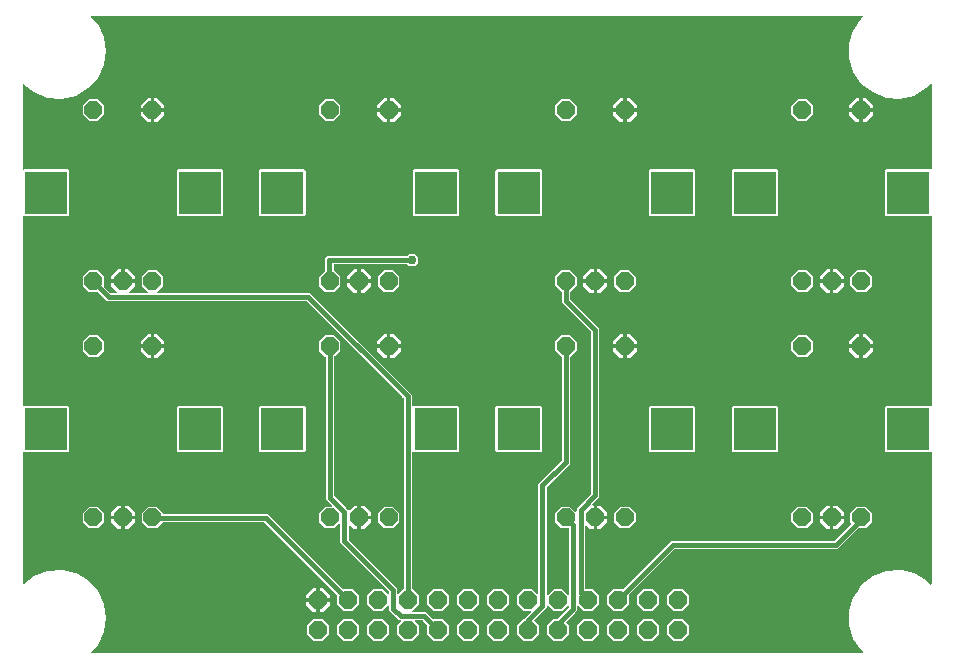
<source format=gbr>
G04 EAGLE Gerber RS-274X export*
G75*
%MOMM*%
%FSLAX34Y34*%
%LPD*%
%INTop Copper*%
%IPPOS*%
%AMOC8*
5,1,8,0,0,1.08239X$1,22.5*%
G01*
%ADD10P,1.632244X8X22.500000*%
%ADD11R,3.616000X3.616000*%
%ADD12P,1.632244X8X202.500000*%
%ADD13C,0.381000*%
%ADD14C,0.152400*%
%ADD15C,0.756400*%

G36*
X720913Y10179D02*
X720913Y10179D01*
X721026Y10195D01*
X721034Y10199D01*
X721044Y10200D01*
X721144Y10254D01*
X721246Y10305D01*
X721253Y10311D01*
X721261Y10316D01*
X721339Y10398D01*
X721420Y10479D01*
X721424Y10487D01*
X721430Y10494D01*
X721478Y10598D01*
X721529Y10699D01*
X721530Y10709D01*
X721534Y10717D01*
X721546Y10830D01*
X721562Y10943D01*
X721560Y10952D01*
X721561Y10961D01*
X721537Y11073D01*
X721515Y11185D01*
X721511Y11193D01*
X721509Y11202D01*
X721450Y11299D01*
X721394Y11399D01*
X721386Y11407D01*
X721383Y11413D01*
X721365Y11428D01*
X721275Y11517D01*
X720215Y12363D01*
X713392Y22370D01*
X709822Y33944D01*
X709822Y46056D01*
X713392Y57630D01*
X713434Y57691D01*
X713434Y57692D01*
X714472Y59214D01*
X715510Y60736D01*
X715510Y60737D01*
X717067Y63020D01*
X718105Y64543D01*
X719143Y66065D01*
X720215Y67637D01*
X729684Y75188D01*
X740958Y79613D01*
X753036Y80519D01*
X754370Y80214D01*
X757705Y79453D01*
X761040Y78692D01*
X764375Y77930D01*
X764376Y77930D01*
X764845Y77823D01*
X775334Y71767D01*
X778520Y68333D01*
X778588Y68281D01*
X778650Y68222D01*
X778684Y68206D01*
X778714Y68183D01*
X778795Y68154D01*
X778873Y68118D01*
X778911Y68114D01*
X778946Y68101D01*
X779032Y68100D01*
X779117Y68091D01*
X779154Y68099D01*
X779192Y68099D01*
X779274Y68125D01*
X779358Y68143D01*
X779390Y68163D01*
X779426Y68174D01*
X779495Y68226D01*
X779569Y68269D01*
X779594Y68298D01*
X779624Y68321D01*
X779673Y68391D01*
X779729Y68456D01*
X779743Y68492D01*
X779765Y68523D01*
X779789Y68605D01*
X779821Y68685D01*
X779826Y68733D01*
X779834Y68759D01*
X779832Y68789D01*
X779839Y68851D01*
X779839Y179685D01*
X779828Y179756D01*
X779826Y179828D01*
X779808Y179877D01*
X779800Y179928D01*
X779766Y179991D01*
X779741Y180059D01*
X779709Y180099D01*
X779684Y180145D01*
X779632Y180195D01*
X779587Y180251D01*
X779544Y180279D01*
X779506Y180315D01*
X779441Y180345D01*
X779381Y180384D01*
X779330Y180396D01*
X779283Y180418D01*
X779212Y180426D01*
X779142Y180444D01*
X779090Y180440D01*
X779039Y180445D01*
X778968Y180430D01*
X778897Y180425D01*
X778849Y180404D01*
X778808Y180395D01*
X741288Y180395D01*
X740395Y181288D01*
X740395Y218712D01*
X741288Y219605D01*
X778823Y219605D01*
X778873Y219582D01*
X778925Y219576D01*
X778974Y219561D01*
X779046Y219563D01*
X779117Y219555D01*
X779168Y219566D01*
X779220Y219567D01*
X779288Y219592D01*
X779358Y219607D01*
X779402Y219634D01*
X779451Y219651D01*
X779507Y219696D01*
X779569Y219733D01*
X779603Y219772D01*
X779643Y219805D01*
X779682Y219865D01*
X779729Y219920D01*
X779748Y219968D01*
X779776Y220012D01*
X779794Y220081D01*
X779821Y220148D01*
X779829Y220219D01*
X779837Y220250D01*
X779835Y220274D01*
X779839Y220315D01*
X779839Y379685D01*
X779828Y379756D01*
X779826Y379828D01*
X779808Y379877D01*
X779800Y379928D01*
X779766Y379991D01*
X779741Y380059D01*
X779709Y380099D01*
X779684Y380145D01*
X779632Y380195D01*
X779587Y380251D01*
X779544Y380279D01*
X779506Y380315D01*
X779441Y380345D01*
X779381Y380384D01*
X779330Y380396D01*
X779283Y380418D01*
X779212Y380426D01*
X779142Y380444D01*
X779090Y380440D01*
X779039Y380445D01*
X778968Y380430D01*
X778897Y380425D01*
X778849Y380404D01*
X778808Y380395D01*
X741288Y380395D01*
X740395Y381288D01*
X740395Y418712D01*
X741288Y419605D01*
X778823Y419605D01*
X778873Y419582D01*
X778925Y419576D01*
X778974Y419561D01*
X779046Y419563D01*
X779117Y419555D01*
X779168Y419566D01*
X779220Y419567D01*
X779288Y419592D01*
X779358Y419607D01*
X779402Y419634D01*
X779451Y419651D01*
X779507Y419696D01*
X779569Y419733D01*
X779603Y419772D01*
X779643Y419805D01*
X779682Y419865D01*
X779729Y419920D01*
X779748Y419968D01*
X779776Y420012D01*
X779794Y420081D01*
X779821Y420148D01*
X779829Y420219D01*
X779837Y420250D01*
X779835Y420274D01*
X779839Y420315D01*
X779839Y491149D01*
X779825Y491233D01*
X779820Y491319D01*
X779806Y491354D01*
X779800Y491391D01*
X779759Y491467D01*
X779727Y491547D01*
X779702Y491575D01*
X779684Y491609D01*
X779622Y491668D01*
X779566Y491733D01*
X779534Y491752D01*
X779506Y491778D01*
X779428Y491814D01*
X779354Y491858D01*
X779317Y491866D01*
X779283Y491882D01*
X779198Y491891D01*
X779114Y491909D01*
X779076Y491905D01*
X779039Y491909D01*
X778955Y491891D01*
X778869Y491881D01*
X778835Y491865D01*
X778798Y491857D01*
X778725Y491813D01*
X778647Y491776D01*
X778610Y491744D01*
X778587Y491731D01*
X778567Y491707D01*
X778520Y491667D01*
X775334Y488232D01*
X764845Y482177D01*
X753036Y479481D01*
X740958Y480387D01*
X729684Y484812D01*
X720215Y492363D01*
X713392Y502370D01*
X709822Y513944D01*
X709822Y526056D01*
X713392Y537630D01*
X713672Y538040D01*
X714710Y539563D01*
X716267Y541846D01*
X716267Y541847D01*
X717305Y543369D01*
X718343Y544891D01*
X718343Y544892D01*
X718862Y545653D01*
X719900Y547175D01*
X720215Y547637D01*
X721275Y548483D01*
X721352Y548567D01*
X721430Y548650D01*
X721434Y548658D01*
X721440Y548665D01*
X721486Y548769D01*
X721534Y548873D01*
X721535Y548882D01*
X721539Y548891D01*
X721548Y549004D01*
X721561Y549117D01*
X721559Y549127D01*
X721560Y549136D01*
X721533Y549247D01*
X721509Y549358D01*
X721504Y549366D01*
X721502Y549375D01*
X721441Y549471D01*
X721383Y549569D01*
X721376Y549575D01*
X721371Y549583D01*
X721282Y549655D01*
X721196Y549729D01*
X721187Y549732D01*
X721180Y549738D01*
X721074Y549778D01*
X720967Y549821D01*
X720956Y549822D01*
X720950Y549825D01*
X720926Y549825D01*
X720801Y549839D01*
X68868Y549839D01*
X68811Y549830D01*
X68753Y549831D01*
X68690Y549810D01*
X68625Y549800D01*
X68574Y549773D01*
X68519Y549755D01*
X68466Y549715D01*
X68408Y549684D01*
X68368Y549643D01*
X68322Y549608D01*
X68284Y549554D01*
X68238Y549506D01*
X68214Y549454D01*
X68181Y549407D01*
X68162Y549343D01*
X68135Y549283D01*
X68128Y549226D01*
X68112Y549171D01*
X68115Y549104D01*
X68107Y549039D01*
X68120Y548982D01*
X68122Y548925D01*
X68146Y548863D01*
X68160Y548798D01*
X68189Y548749D01*
X68210Y548695D01*
X68270Y548614D01*
X68286Y548587D01*
X68296Y548578D01*
X68310Y548560D01*
X73572Y542889D01*
X78827Y531977D01*
X80632Y520000D01*
X78827Y508023D01*
X73572Y497111D01*
X65334Y488233D01*
X54845Y482177D01*
X43036Y479481D01*
X30958Y480387D01*
X19684Y484812D01*
X11397Y491420D01*
X11371Y491435D01*
X11350Y491455D01*
X11264Y491495D01*
X11182Y491541D01*
X11153Y491546D01*
X11127Y491558D01*
X11033Y491569D01*
X10940Y491586D01*
X10911Y491582D01*
X10883Y491586D01*
X10790Y491565D01*
X10697Y491552D01*
X10671Y491539D01*
X10642Y491533D01*
X10561Y491485D01*
X10477Y491443D01*
X10456Y491422D01*
X10431Y491407D01*
X10370Y491335D01*
X10303Y491268D01*
X10290Y491242D01*
X10271Y491220D01*
X10236Y491132D01*
X10194Y491048D01*
X10190Y491019D01*
X10179Y490992D01*
X10161Y490825D01*
X10161Y420315D01*
X10172Y420244D01*
X10174Y420172D01*
X10192Y420123D01*
X10200Y420072D01*
X10234Y420009D01*
X10259Y419941D01*
X10291Y419901D01*
X10316Y419855D01*
X10368Y419805D01*
X10413Y419749D01*
X10456Y419721D01*
X10494Y419685D01*
X10559Y419655D01*
X10619Y419616D01*
X10670Y419604D01*
X10717Y419582D01*
X10788Y419574D01*
X10858Y419556D01*
X10910Y419560D01*
X10961Y419555D01*
X11032Y419570D01*
X11103Y419575D01*
X11151Y419596D01*
X11192Y419605D01*
X48712Y419605D01*
X49605Y418712D01*
X49605Y381288D01*
X48712Y380395D01*
X11177Y380395D01*
X11127Y380418D01*
X11075Y380424D01*
X11026Y380439D01*
X10954Y380437D01*
X10883Y380445D01*
X10832Y380434D01*
X10780Y380433D01*
X10712Y380408D01*
X10642Y380393D01*
X10598Y380366D01*
X10549Y380349D01*
X10493Y380304D01*
X10431Y380267D01*
X10397Y380228D01*
X10357Y380195D01*
X10318Y380135D01*
X10271Y380080D01*
X10252Y380032D01*
X10224Y379988D01*
X10206Y379919D01*
X10179Y379852D01*
X10171Y379781D01*
X10163Y379750D01*
X10165Y379726D01*
X10161Y379685D01*
X10161Y220315D01*
X10172Y220244D01*
X10174Y220172D01*
X10192Y220123D01*
X10200Y220072D01*
X10234Y220009D01*
X10259Y219941D01*
X10291Y219901D01*
X10316Y219855D01*
X10368Y219805D01*
X10413Y219749D01*
X10456Y219721D01*
X10494Y219685D01*
X10559Y219655D01*
X10619Y219616D01*
X10670Y219604D01*
X10717Y219582D01*
X10788Y219574D01*
X10858Y219556D01*
X10910Y219560D01*
X10961Y219555D01*
X11032Y219570D01*
X11103Y219575D01*
X11151Y219596D01*
X11192Y219605D01*
X48712Y219605D01*
X49605Y218712D01*
X49605Y181288D01*
X48712Y180395D01*
X11177Y180395D01*
X11127Y180418D01*
X11075Y180424D01*
X11026Y180439D01*
X10954Y180437D01*
X10883Y180445D01*
X10832Y180434D01*
X10780Y180433D01*
X10712Y180408D01*
X10642Y180393D01*
X10598Y180366D01*
X10549Y180349D01*
X10493Y180304D01*
X10431Y180267D01*
X10397Y180228D01*
X10357Y180195D01*
X10318Y180135D01*
X10271Y180080D01*
X10252Y180032D01*
X10224Y179988D01*
X10206Y179919D01*
X10179Y179852D01*
X10171Y179781D01*
X10163Y179750D01*
X10165Y179726D01*
X10161Y179685D01*
X10161Y69175D01*
X10165Y69146D01*
X10163Y69117D01*
X10185Y69025D01*
X10200Y68932D01*
X10214Y68906D01*
X10221Y68878D01*
X10271Y68798D01*
X10316Y68715D01*
X10337Y68695D01*
X10352Y68670D01*
X10425Y68610D01*
X10494Y68545D01*
X10520Y68533D01*
X10543Y68515D01*
X10631Y68481D01*
X10717Y68442D01*
X10746Y68438D01*
X10773Y68428D01*
X10868Y68425D01*
X10961Y68414D01*
X10990Y68421D01*
X11019Y68420D01*
X11109Y68447D01*
X11202Y68467D01*
X11227Y68482D01*
X11255Y68490D01*
X11397Y68580D01*
X19684Y75188D01*
X30958Y79613D01*
X43036Y80519D01*
X44370Y80214D01*
X47705Y79453D01*
X51040Y78692D01*
X54375Y77930D01*
X54376Y77930D01*
X54845Y77823D01*
X65334Y71767D01*
X73572Y62889D01*
X78827Y51977D01*
X80632Y40000D01*
X78827Y28023D01*
X73572Y17111D01*
X68310Y11440D01*
X68278Y11392D01*
X68238Y11350D01*
X68210Y11290D01*
X68174Y11235D01*
X68159Y11179D01*
X68135Y11127D01*
X68127Y11061D01*
X68110Y10997D01*
X68114Y10940D01*
X68107Y10883D01*
X68121Y10818D01*
X68126Y10752D01*
X68147Y10698D01*
X68160Y10642D01*
X68194Y10585D01*
X68219Y10524D01*
X68256Y10480D01*
X68286Y10431D01*
X68336Y10388D01*
X68379Y10338D01*
X68429Y10309D01*
X68473Y10271D01*
X68534Y10246D01*
X68591Y10213D01*
X68647Y10201D01*
X68701Y10179D01*
X68801Y10168D01*
X68832Y10162D01*
X68846Y10163D01*
X68868Y10161D01*
X720801Y10161D01*
X720913Y10179D01*
G37*
%LPC*%
G36*
X332545Y20735D02*
X332545Y20735D01*
X327235Y26045D01*
X327235Y33555D01*
X330226Y36546D01*
X330268Y36604D01*
X330318Y36656D01*
X330339Y36703D01*
X330370Y36745D01*
X330391Y36814D01*
X330421Y36879D01*
X330427Y36931D01*
X330442Y36981D01*
X330440Y37052D01*
X330448Y37123D01*
X330437Y37174D01*
X330436Y37226D01*
X330411Y37294D01*
X330396Y37364D01*
X330369Y37409D01*
X330351Y37457D01*
X330307Y37513D01*
X330270Y37575D01*
X330230Y37609D01*
X330198Y37649D01*
X330137Y37688D01*
X330083Y37735D01*
X330035Y37754D01*
X329991Y37782D01*
X329921Y37800D01*
X329855Y37827D01*
X329783Y37835D01*
X329752Y37843D01*
X329729Y37841D01*
X329688Y37845D01*
X328779Y37845D01*
X320420Y46204D01*
X320420Y50063D01*
X320409Y50134D01*
X320407Y50205D01*
X320389Y50254D01*
X320381Y50306D01*
X320347Y50369D01*
X320322Y50436D01*
X320290Y50477D01*
X320265Y50523D01*
X320213Y50572D01*
X320169Y50628D01*
X320125Y50657D01*
X320087Y50693D01*
X320022Y50723D01*
X319962Y50761D01*
X319911Y50774D01*
X319864Y50796D01*
X319793Y50804D01*
X319723Y50822D01*
X319671Y50817D01*
X319620Y50823D01*
X319549Y50808D01*
X319478Y50802D01*
X319430Y50782D01*
X319379Y50771D01*
X319318Y50734D01*
X319252Y50706D01*
X319196Y50661D01*
X319168Y50645D01*
X319153Y50627D01*
X319121Y50601D01*
X314655Y46135D01*
X307145Y46135D01*
X301835Y51445D01*
X301835Y58955D01*
X307145Y64265D01*
X314655Y64265D01*
X319121Y59799D01*
X319179Y59757D01*
X319231Y59707D01*
X319278Y59686D01*
X319320Y59655D01*
X319389Y59634D01*
X319454Y59604D01*
X319506Y59598D01*
X319556Y59583D01*
X319627Y59585D01*
X319698Y59577D01*
X319749Y59588D01*
X319801Y59589D01*
X319869Y59614D01*
X319939Y59629D01*
X319984Y59656D01*
X320032Y59674D01*
X320088Y59718D01*
X320150Y59755D01*
X320184Y59795D01*
X320224Y59827D01*
X320263Y59888D01*
X320310Y59942D01*
X320329Y59990D01*
X320357Y60034D01*
X320375Y60104D01*
X320402Y60170D01*
X320410Y60242D01*
X320418Y60273D01*
X320416Y60296D01*
X320420Y60337D01*
X320420Y61764D01*
X320406Y61854D01*
X320398Y61945D01*
X320386Y61975D01*
X320381Y62007D01*
X320338Y62087D01*
X320302Y62171D01*
X320276Y62203D01*
X320265Y62224D01*
X320242Y62246D01*
X320197Y62302D01*
X279145Y103354D01*
X279145Y119488D01*
X279134Y119559D01*
X279132Y119630D01*
X279114Y119679D01*
X279106Y119731D01*
X279072Y119794D01*
X279047Y119861D01*
X279015Y119902D01*
X278990Y119948D01*
X278938Y119997D01*
X278894Y120053D01*
X278850Y120082D01*
X278812Y120118D01*
X278747Y120148D01*
X278687Y120186D01*
X278636Y120199D01*
X278589Y120221D01*
X278518Y120229D01*
X278448Y120247D01*
X278396Y120242D01*
X278345Y120248D01*
X278274Y120233D01*
X278203Y120227D01*
X278155Y120207D01*
X278104Y120196D01*
X278043Y120159D01*
X277977Y120131D01*
X277921Y120086D01*
X277893Y120070D01*
X277878Y120052D01*
X277846Y120026D01*
X273755Y115935D01*
X266245Y115935D01*
X260935Y121245D01*
X260935Y128755D01*
X266245Y134065D01*
X271362Y134065D01*
X271433Y134076D01*
X271505Y134078D01*
X271553Y134096D01*
X271605Y134104D01*
X271668Y134138D01*
X271736Y134163D01*
X271776Y134195D01*
X271822Y134220D01*
X271872Y134272D01*
X271928Y134316D01*
X271956Y134360D01*
X271992Y134398D01*
X272022Y134463D01*
X272061Y134523D01*
X272073Y134574D01*
X272095Y134621D01*
X272103Y134692D01*
X272121Y134762D01*
X272117Y134814D01*
X272122Y134865D01*
X272107Y134936D01*
X272101Y135007D01*
X272081Y135055D01*
X272070Y135106D01*
X272033Y135167D01*
X272005Y135233D01*
X271960Y135289D01*
X271944Y135317D01*
X271926Y135332D01*
X271900Y135364D01*
X267080Y140184D01*
X267080Y260174D01*
X267077Y260194D01*
X267079Y260213D01*
X267057Y260315D01*
X267041Y260417D01*
X267031Y260434D01*
X267027Y260454D01*
X266974Y260543D01*
X266925Y260634D01*
X266911Y260648D01*
X266901Y260665D01*
X266822Y260732D01*
X266747Y260804D01*
X266729Y260812D01*
X266714Y260825D01*
X266618Y260864D01*
X266524Y260907D01*
X266504Y260909D01*
X266486Y260917D01*
X266319Y260935D01*
X266245Y260935D01*
X260935Y266245D01*
X260935Y273755D01*
X266245Y279065D01*
X273755Y279065D01*
X279065Y273755D01*
X279065Y266245D01*
X274163Y261343D01*
X274110Y261269D01*
X274050Y261200D01*
X274038Y261170D01*
X274019Y261143D01*
X273992Y261057D01*
X273958Y260972D01*
X273954Y260931D01*
X273947Y260908D01*
X273948Y260876D01*
X273940Y260805D01*
X273940Y143341D01*
X273954Y143251D01*
X273962Y143160D01*
X273974Y143130D01*
X273979Y143098D01*
X274022Y143018D01*
X274058Y142934D01*
X274084Y142902D01*
X274095Y142881D01*
X274118Y142859D01*
X274163Y142803D01*
X283773Y133193D01*
X285816Y131149D01*
X285832Y131137D01*
X285845Y131122D01*
X285932Y131066D01*
X286016Y131006D01*
X286035Y131000D01*
X286052Y130989D01*
X286152Y130964D01*
X286251Y130933D01*
X286271Y130934D01*
X286290Y130929D01*
X286393Y130937D01*
X286497Y130940D01*
X286516Y130946D01*
X286536Y130948D01*
X286630Y130988D01*
X286728Y131024D01*
X286744Y131037D01*
X286762Y131044D01*
X286893Y131149D01*
X290824Y135081D01*
X293477Y135081D01*
X293477Y125762D01*
X293480Y125742D01*
X293478Y125723D01*
X293500Y125621D01*
X293517Y125519D01*
X293526Y125502D01*
X293530Y125482D01*
X293583Y125393D01*
X293632Y125302D01*
X293646Y125288D01*
X293656Y125271D01*
X293735Y125204D01*
X293810Y125133D01*
X293828Y125124D01*
X293843Y125111D01*
X293939Y125073D01*
X294033Y125029D01*
X294053Y125027D01*
X294071Y125019D01*
X294238Y125001D01*
X295001Y125001D01*
X295001Y124999D01*
X294238Y124999D01*
X294218Y124996D01*
X294199Y124998D01*
X294097Y124976D01*
X293995Y124959D01*
X293978Y124950D01*
X293958Y124946D01*
X293869Y124893D01*
X293778Y124844D01*
X293764Y124830D01*
X293747Y124820D01*
X293680Y124741D01*
X293609Y124666D01*
X293600Y124648D01*
X293587Y124633D01*
X293548Y124537D01*
X293505Y124443D01*
X293503Y124423D01*
X293495Y124405D01*
X293477Y124238D01*
X293477Y114919D01*
X290824Y114919D01*
X287304Y118439D01*
X287246Y118481D01*
X287194Y118531D01*
X287147Y118553D01*
X287105Y118583D01*
X287036Y118604D01*
X286971Y118634D01*
X286919Y118640D01*
X286869Y118655D01*
X286798Y118653D01*
X286727Y118661D01*
X286676Y118650D01*
X286624Y118649D01*
X286556Y118624D01*
X286486Y118609D01*
X286441Y118582D01*
X286393Y118565D01*
X286337Y118520D01*
X286275Y118483D01*
X286241Y118443D01*
X286201Y118411D01*
X286162Y118351D01*
X286115Y118296D01*
X286096Y118248D01*
X286068Y118204D01*
X286050Y118134D01*
X286023Y118068D01*
X286015Y117997D01*
X286007Y117965D01*
X286009Y117942D01*
X286005Y117901D01*
X286005Y106511D01*
X286019Y106421D01*
X286027Y106330D01*
X286039Y106300D01*
X286044Y106268D01*
X286087Y106188D01*
X286123Y106104D01*
X286149Y106072D01*
X286160Y106051D01*
X286183Y106029D01*
X286228Y105973D01*
X327280Y64921D01*
X327280Y60837D01*
X327291Y60766D01*
X327293Y60695D01*
X327311Y60646D01*
X327319Y60594D01*
X327353Y60531D01*
X327378Y60464D01*
X327410Y60423D01*
X327435Y60377D01*
X327486Y60328D01*
X327531Y60272D01*
X327575Y60243D01*
X327613Y60207D01*
X327678Y60177D01*
X327738Y60139D01*
X327789Y60126D01*
X327836Y60104D01*
X327907Y60096D01*
X327977Y60078D01*
X328029Y60083D01*
X328080Y60077D01*
X328151Y60092D01*
X328222Y60098D01*
X328270Y60118D01*
X328321Y60129D01*
X328382Y60166D01*
X328448Y60194D01*
X328504Y60239D01*
X328532Y60255D01*
X328547Y60273D01*
X328579Y60299D01*
X332389Y64109D01*
X332442Y64183D01*
X332502Y64252D01*
X332514Y64282D01*
X332533Y64308D01*
X332560Y64395D01*
X332594Y64480D01*
X332598Y64521D01*
X332605Y64544D01*
X332604Y64576D01*
X332612Y64647D01*
X332612Y225721D01*
X332598Y225811D01*
X332590Y225902D01*
X332578Y225932D01*
X332573Y225964D01*
X332530Y226044D01*
X332494Y226128D01*
X332468Y226160D01*
X332457Y226181D01*
X332434Y226203D01*
X332389Y226259D01*
X250770Y307878D01*
X250696Y307931D01*
X250627Y307991D01*
X250597Y308003D01*
X250571Y308022D01*
X250484Y308049D01*
X250399Y308083D01*
X250358Y308087D01*
X250335Y308094D01*
X250303Y308093D01*
X250232Y308101D01*
X81764Y308101D01*
X74153Y315712D01*
X74079Y315765D01*
X74010Y315825D01*
X73980Y315837D01*
X73954Y315856D01*
X73867Y315883D01*
X73782Y315917D01*
X73741Y315921D01*
X73718Y315928D01*
X73686Y315927D01*
X73615Y315935D01*
X66245Y315935D01*
X60935Y321245D01*
X60935Y328755D01*
X66245Y334065D01*
X73755Y334065D01*
X79065Y328755D01*
X79065Y321151D01*
X79046Y321076D01*
X79015Y320977D01*
X79016Y320957D01*
X79011Y320938D01*
X79019Y320835D01*
X79022Y320731D01*
X79029Y320712D01*
X79030Y320692D01*
X79070Y320598D01*
X79106Y320500D01*
X79119Y320485D01*
X79126Y320466D01*
X79231Y320335D01*
X84383Y315184D01*
X84457Y315131D01*
X84526Y315071D01*
X84556Y315059D01*
X84582Y315040D01*
X84669Y315013D01*
X84754Y314979D01*
X84795Y314975D01*
X84818Y314968D01*
X84850Y314969D01*
X84921Y314961D01*
X88945Y314961D01*
X89016Y314972D01*
X89088Y314974D01*
X89137Y314992D01*
X89188Y315000D01*
X89251Y315034D01*
X89319Y315059D01*
X89359Y315091D01*
X89405Y315116D01*
X89455Y315168D01*
X89511Y315212D01*
X89539Y315256D01*
X89575Y315294D01*
X89605Y315359D01*
X89644Y315419D01*
X89656Y315470D01*
X89678Y315517D01*
X89686Y315588D01*
X89704Y315658D01*
X89700Y315710D01*
X89705Y315761D01*
X89690Y315832D01*
X89685Y315903D01*
X89664Y315951D01*
X89653Y316002D01*
X89616Y316063D01*
X89588Y316129D01*
X89544Y316185D01*
X89527Y316213D01*
X89509Y316228D01*
X89483Y316260D01*
X84919Y320824D01*
X84919Y323477D01*
X94238Y323477D01*
X94258Y323480D01*
X94277Y323478D01*
X94379Y323500D01*
X94481Y323517D01*
X94498Y323526D01*
X94518Y323530D01*
X94607Y323583D01*
X94698Y323632D01*
X94712Y323646D01*
X94729Y323656D01*
X94796Y323735D01*
X94867Y323810D01*
X94876Y323828D01*
X94889Y323843D01*
X94927Y323939D01*
X94971Y324033D01*
X94973Y324053D01*
X94981Y324071D01*
X94999Y324238D01*
X94999Y325001D01*
X95001Y325001D01*
X95001Y324238D01*
X95004Y324218D01*
X95002Y324199D01*
X95024Y324097D01*
X95041Y323995D01*
X95050Y323978D01*
X95054Y323958D01*
X95107Y323869D01*
X95156Y323778D01*
X95170Y323764D01*
X95180Y323747D01*
X95259Y323680D01*
X95334Y323609D01*
X95352Y323600D01*
X95367Y323587D01*
X95463Y323548D01*
X95557Y323505D01*
X95577Y323503D01*
X95595Y323495D01*
X95762Y323477D01*
X105081Y323477D01*
X105081Y320824D01*
X100517Y316260D01*
X100475Y316202D01*
X100425Y316150D01*
X100403Y316103D01*
X100373Y316061D01*
X100352Y315992D01*
X100322Y315927D01*
X100316Y315875D01*
X100301Y315825D01*
X100303Y315754D01*
X100295Y315683D01*
X100306Y315632D01*
X100307Y315580D01*
X100332Y315512D01*
X100347Y315442D01*
X100374Y315397D01*
X100391Y315349D01*
X100436Y315293D01*
X100473Y315231D01*
X100513Y315197D01*
X100545Y315157D01*
X100605Y315118D01*
X100660Y315071D01*
X100708Y315052D01*
X100752Y315024D01*
X100822Y315006D01*
X100888Y314979D01*
X100959Y314971D01*
X100991Y314963D01*
X101014Y314965D01*
X101055Y314961D01*
X115382Y314961D01*
X115453Y314972D01*
X115524Y314974D01*
X115573Y314992D01*
X115625Y315000D01*
X115688Y315034D01*
X115755Y315059D01*
X115796Y315091D01*
X115842Y315116D01*
X115891Y315168D01*
X115947Y315212D01*
X115976Y315256D01*
X116012Y315294D01*
X116042Y315359D01*
X116080Y315419D01*
X116093Y315470D01*
X116115Y315517D01*
X116123Y315588D01*
X116141Y315658D01*
X116136Y315710D01*
X116142Y315761D01*
X116127Y315832D01*
X116121Y315903D01*
X116101Y315951D01*
X116090Y316002D01*
X116053Y316063D01*
X116025Y316129D01*
X115980Y316185D01*
X115964Y316213D01*
X115946Y316228D01*
X115920Y316260D01*
X110935Y321245D01*
X110935Y328755D01*
X116245Y334065D01*
X123755Y334065D01*
X129065Y328755D01*
X129065Y321245D01*
X124080Y316260D01*
X124038Y316202D01*
X123988Y316150D01*
X123967Y316103D01*
X123936Y316061D01*
X123915Y315992D01*
X123885Y315927D01*
X123879Y315875D01*
X123864Y315825D01*
X123866Y315754D01*
X123858Y315683D01*
X123869Y315632D01*
X123870Y315580D01*
X123895Y315512D01*
X123910Y315442D01*
X123937Y315397D01*
X123955Y315349D01*
X123999Y315293D01*
X124036Y315231D01*
X124076Y315197D01*
X124108Y315157D01*
X124169Y315118D01*
X124223Y315071D01*
X124271Y315052D01*
X124315Y315024D01*
X124385Y315006D01*
X124451Y314979D01*
X124523Y314971D01*
X124554Y314963D01*
X124577Y314965D01*
X124618Y314961D01*
X253389Y314961D01*
X339472Y228878D01*
X339472Y219626D01*
X339483Y219555D01*
X339485Y219483D01*
X339503Y219434D01*
X339511Y219383D01*
X339545Y219320D01*
X339570Y219252D01*
X339602Y219212D01*
X339627Y219166D01*
X339679Y219116D01*
X339723Y219060D01*
X339767Y219032D01*
X339805Y218996D01*
X339870Y218966D01*
X339930Y218927D01*
X339981Y218915D01*
X340028Y218893D01*
X340099Y218885D01*
X340169Y218867D01*
X340221Y218871D01*
X340272Y218866D01*
X340343Y218881D01*
X340414Y218886D01*
X340462Y218907D01*
X340513Y218918D01*
X340574Y218955D01*
X340640Y218983D01*
X340696Y219028D01*
X340724Y219044D01*
X340739Y219062D01*
X340771Y219088D01*
X341288Y219605D01*
X378712Y219605D01*
X379605Y218712D01*
X379605Y181288D01*
X378712Y180395D01*
X341288Y180395D01*
X340771Y180912D01*
X340713Y180954D01*
X340661Y181004D01*
X340614Y181026D01*
X340572Y181056D01*
X340503Y181077D01*
X340438Y181107D01*
X340386Y181113D01*
X340336Y181128D01*
X340265Y181126D01*
X340194Y181134D01*
X340143Y181123D01*
X340091Y181122D01*
X340023Y181097D01*
X339953Y181082D01*
X339908Y181055D01*
X339860Y181038D01*
X339804Y180993D01*
X339742Y180956D01*
X339708Y180916D01*
X339668Y180884D01*
X339629Y180824D01*
X339582Y180769D01*
X339563Y180721D01*
X339535Y180677D01*
X339517Y180607D01*
X339490Y180541D01*
X339482Y180470D01*
X339474Y180438D01*
X339476Y180415D01*
X339472Y180374D01*
X339472Y65026D01*
X339475Y65006D01*
X339473Y64987D01*
X339495Y64885D01*
X339511Y64783D01*
X339521Y64766D01*
X339525Y64746D01*
X339578Y64657D01*
X339627Y64566D01*
X339641Y64552D01*
X339651Y64535D01*
X339730Y64468D01*
X339805Y64396D01*
X339823Y64388D01*
X339838Y64375D01*
X339934Y64336D01*
X340025Y64294D01*
X345365Y58955D01*
X345365Y51445D01*
X339924Y46004D01*
X339882Y45946D01*
X339832Y45894D01*
X339811Y45847D01*
X339780Y45805D01*
X339759Y45736D01*
X339729Y45671D01*
X339723Y45619D01*
X339708Y45569D01*
X339710Y45498D01*
X339702Y45427D01*
X339713Y45376D01*
X339714Y45324D01*
X339739Y45256D01*
X339754Y45186D01*
X339781Y45141D01*
X339799Y45093D01*
X339843Y45037D01*
X339880Y44975D01*
X339920Y44941D01*
X339952Y44901D01*
X340013Y44862D01*
X340067Y44815D01*
X340115Y44796D01*
X340159Y44768D01*
X340229Y44750D01*
X340295Y44723D01*
X340367Y44715D01*
X340398Y44707D01*
X340421Y44709D01*
X340462Y44705D01*
X351646Y44705D01*
X357263Y39088D01*
X357337Y39035D01*
X357406Y38975D01*
X357436Y38963D01*
X357462Y38944D01*
X357549Y38917D01*
X357634Y38883D01*
X357675Y38879D01*
X357698Y38872D01*
X357730Y38873D01*
X357801Y38865D01*
X365455Y38865D01*
X370765Y33555D01*
X370765Y26045D01*
X365455Y20735D01*
X357945Y20735D01*
X352635Y26045D01*
X352635Y33699D01*
X352621Y33789D01*
X352613Y33880D01*
X352601Y33910D01*
X352596Y33942D01*
X352553Y34022D01*
X352517Y34106D01*
X352491Y34138D01*
X352480Y34159D01*
X352457Y34181D01*
X352412Y34237D01*
X349027Y37622D01*
X348953Y37675D01*
X348884Y37735D01*
X348854Y37747D01*
X348828Y37766D01*
X348741Y37793D01*
X348656Y37827D01*
X348615Y37831D01*
X348592Y37838D01*
X348560Y37837D01*
X348489Y37845D01*
X342912Y37845D01*
X342841Y37834D01*
X342770Y37832D01*
X342721Y37814D01*
X342669Y37806D01*
X342606Y37772D01*
X342539Y37747D01*
X342498Y37715D01*
X342452Y37690D01*
X342403Y37638D01*
X342347Y37594D01*
X342318Y37550D01*
X342282Y37512D01*
X342252Y37447D01*
X342214Y37387D01*
X342201Y37336D01*
X342179Y37289D01*
X342171Y37218D01*
X342153Y37148D01*
X342158Y37096D01*
X342152Y37045D01*
X342167Y36974D01*
X342173Y36903D01*
X342193Y36855D01*
X342204Y36804D01*
X342241Y36743D01*
X342269Y36677D01*
X342314Y36621D01*
X342330Y36593D01*
X342348Y36578D01*
X342374Y36546D01*
X345365Y33555D01*
X345365Y26045D01*
X340055Y20735D01*
X332545Y20735D01*
G37*
%LPD*%
%LPC*%
G36*
X434145Y20735D02*
X434145Y20735D01*
X428835Y26045D01*
X428835Y33555D01*
X434182Y38901D01*
X434202Y38904D01*
X434219Y38914D01*
X434239Y38918D01*
X434328Y38971D01*
X434419Y39020D01*
X434433Y39034D01*
X434450Y39044D01*
X434517Y39123D01*
X434589Y39198D01*
X434597Y39216D01*
X434610Y39231D01*
X434645Y39318D01*
X440162Y44836D01*
X440204Y44894D01*
X440254Y44946D01*
X440276Y44993D01*
X440306Y45035D01*
X440327Y45104D01*
X440357Y45169D01*
X440363Y45221D01*
X440378Y45271D01*
X440376Y45342D01*
X440384Y45413D01*
X440373Y45464D01*
X440372Y45516D01*
X440347Y45584D01*
X440332Y45654D01*
X440305Y45699D01*
X440287Y45747D01*
X440243Y45803D01*
X440206Y45865D01*
X440166Y45899D01*
X440134Y45939D01*
X440073Y45978D01*
X440019Y46025D01*
X439971Y46044D01*
X439927Y46072D01*
X439857Y46090D01*
X439791Y46117D01*
X439719Y46125D01*
X439688Y46133D01*
X439665Y46131D01*
X439624Y46135D01*
X434145Y46135D01*
X428835Y51445D01*
X428835Y58955D01*
X434145Y64265D01*
X441655Y64265D01*
X445486Y60434D01*
X445544Y60392D01*
X445596Y60342D01*
X445643Y60321D01*
X445685Y60290D01*
X445754Y60269D01*
X445819Y60239D01*
X445871Y60233D01*
X445921Y60218D01*
X445992Y60220D01*
X446063Y60212D01*
X446114Y60223D01*
X446166Y60224D01*
X446234Y60249D01*
X446304Y60264D01*
X446349Y60291D01*
X446397Y60309D01*
X446453Y60353D01*
X446515Y60390D01*
X446549Y60430D01*
X446589Y60462D01*
X446628Y60523D01*
X446675Y60577D01*
X446694Y60625D01*
X446722Y60669D01*
X446740Y60739D01*
X446767Y60805D01*
X446775Y60877D01*
X446783Y60908D01*
X446781Y60931D01*
X446785Y60972D01*
X446785Y153567D01*
X466347Y173129D01*
X466400Y173203D01*
X466460Y173272D01*
X466472Y173302D01*
X466491Y173328D01*
X466518Y173415D01*
X466552Y173500D01*
X466556Y173541D01*
X466563Y173564D01*
X466562Y173596D01*
X466570Y173667D01*
X466570Y260295D01*
X466556Y260385D01*
X466548Y260476D01*
X466536Y260506D01*
X466531Y260538D01*
X466488Y260618D01*
X466452Y260702D01*
X466426Y260734D01*
X466415Y260755D01*
X466392Y260777D01*
X466347Y260833D01*
X460935Y266245D01*
X460935Y273755D01*
X466245Y279065D01*
X473755Y279065D01*
X479065Y273755D01*
X479065Y266245D01*
X473653Y260833D01*
X473600Y260759D01*
X473540Y260690D01*
X473528Y260660D01*
X473509Y260633D01*
X473482Y260547D01*
X473448Y260462D01*
X473444Y260421D01*
X473437Y260398D01*
X473438Y260366D01*
X473430Y260295D01*
X473430Y170510D01*
X453868Y150948D01*
X453815Y150874D01*
X453755Y150805D01*
X453743Y150775D01*
X453724Y150749D01*
X453697Y150662D01*
X453663Y150577D01*
X453659Y150536D01*
X453652Y150513D01*
X453653Y150481D01*
X453645Y150410D01*
X453645Y60202D01*
X453656Y60131D01*
X453658Y60060D01*
X453676Y60011D01*
X453684Y59959D01*
X453718Y59896D01*
X453743Y59829D01*
X453775Y59788D01*
X453800Y59742D01*
X453852Y59693D01*
X453896Y59637D01*
X453940Y59608D01*
X453978Y59572D01*
X454043Y59542D01*
X454103Y59504D01*
X454154Y59491D01*
X454201Y59469D01*
X454272Y59461D01*
X454342Y59443D01*
X454394Y59448D01*
X454445Y59442D01*
X454516Y59457D01*
X454587Y59463D01*
X454635Y59483D01*
X454686Y59494D01*
X454747Y59531D01*
X454813Y59559D01*
X454869Y59604D01*
X454897Y59620D01*
X454912Y59638D01*
X454944Y59664D01*
X459545Y64265D01*
X467055Y64265D01*
X471648Y59672D01*
X471706Y59630D01*
X471758Y59580D01*
X471805Y59559D01*
X471847Y59528D01*
X471916Y59507D01*
X471981Y59477D01*
X472033Y59471D01*
X472083Y59456D01*
X472154Y59458D01*
X472225Y59450D01*
X472276Y59461D01*
X472328Y59462D01*
X472396Y59487D01*
X472466Y59502D01*
X472511Y59529D01*
X472559Y59547D01*
X472615Y59591D01*
X472677Y59628D01*
X472711Y59668D01*
X472751Y59700D01*
X472790Y59761D01*
X472837Y59815D01*
X472856Y59863D01*
X472884Y59907D01*
X472902Y59977D01*
X472929Y60043D01*
X472937Y60115D01*
X472945Y60146D01*
X472943Y60169D01*
X472947Y60210D01*
X472947Y115174D01*
X472944Y115194D01*
X472946Y115213D01*
X472924Y115315D01*
X472908Y115417D01*
X472898Y115434D01*
X472894Y115454D01*
X472841Y115543D01*
X472792Y115634D01*
X472778Y115648D01*
X472768Y115665D01*
X472689Y115732D01*
X472614Y115804D01*
X472596Y115812D01*
X472581Y115825D01*
X472485Y115864D01*
X472391Y115907D01*
X472371Y115909D01*
X472353Y115917D01*
X472186Y115935D01*
X466245Y115935D01*
X460935Y121245D01*
X460935Y128755D01*
X466245Y134065D01*
X473755Y134065D01*
X477871Y129949D01*
X477929Y129907D01*
X477981Y129857D01*
X478028Y129836D01*
X478070Y129805D01*
X478139Y129784D01*
X478204Y129754D01*
X478256Y129748D01*
X478306Y129733D01*
X478377Y129735D01*
X478448Y129727D01*
X478499Y129738D01*
X478551Y129739D01*
X478619Y129764D01*
X478689Y129779D01*
X478734Y129806D01*
X478782Y129824D01*
X478838Y129868D01*
X478900Y129905D01*
X478934Y129945D01*
X478974Y129977D01*
X479013Y130038D01*
X479060Y130092D01*
X479079Y130140D01*
X479107Y130184D01*
X479125Y130254D01*
X479152Y130320D01*
X479160Y130392D01*
X479168Y130423D01*
X479166Y130446D01*
X479170Y130487D01*
X479170Y132971D01*
X491110Y144911D01*
X491163Y144985D01*
X491223Y145054D01*
X491235Y145084D01*
X491254Y145111D01*
X491281Y145198D01*
X491315Y145282D01*
X491319Y145323D01*
X491326Y145346D01*
X491325Y145378D01*
X491333Y145449D01*
X491333Y281931D01*
X491330Y281949D01*
X491332Y281966D01*
X491317Y282034D01*
X491311Y282112D01*
X491299Y282142D01*
X491293Y282174D01*
X491283Y282194D01*
X491280Y282207D01*
X491249Y282258D01*
X491215Y282338D01*
X491189Y282370D01*
X491178Y282391D01*
X491158Y282410D01*
X491154Y282418D01*
X491146Y282424D01*
X491110Y282469D01*
X466570Y307009D01*
X466570Y315295D01*
X466556Y315385D01*
X466548Y315476D01*
X466536Y315506D01*
X466531Y315538D01*
X466488Y315618D01*
X466452Y315702D01*
X466426Y315734D01*
X466415Y315755D01*
X466392Y315777D01*
X466347Y315833D01*
X460935Y321245D01*
X460935Y328755D01*
X466245Y334065D01*
X473755Y334065D01*
X479065Y328755D01*
X479065Y321245D01*
X473653Y315833D01*
X473600Y315759D01*
X473540Y315690D01*
X473528Y315660D01*
X473509Y315633D01*
X473482Y315547D01*
X473448Y315462D01*
X473444Y315421D01*
X473437Y315398D01*
X473438Y315366D01*
X473430Y315295D01*
X473430Y310166D01*
X473444Y310076D01*
X473452Y309985D01*
X473464Y309955D01*
X473469Y309923D01*
X473512Y309843D01*
X473548Y309759D01*
X473574Y309727D01*
X473585Y309706D01*
X473608Y309684D01*
X473653Y309628D01*
X498193Y285088D01*
X498193Y142292D01*
X495961Y140060D01*
X492280Y136380D01*
X492239Y136322D01*
X492189Y136270D01*
X492167Y136223D01*
X492137Y136181D01*
X492116Y136112D01*
X492086Y136047D01*
X492080Y135995D01*
X492065Y135945D01*
X492066Y135874D01*
X492059Y135803D01*
X492070Y135752D01*
X492071Y135700D01*
X492096Y135632D01*
X492111Y135562D01*
X492137Y135517D01*
X492155Y135469D01*
X492200Y135413D01*
X492237Y135351D01*
X492277Y135317D01*
X492309Y135277D01*
X492369Y135238D01*
X492424Y135191D01*
X492472Y135172D01*
X492516Y135144D01*
X492585Y135126D01*
X492652Y135099D01*
X492723Y135091D01*
X492755Y135083D01*
X492778Y135085D01*
X492819Y135081D01*
X493477Y135081D01*
X493477Y125762D01*
X493480Y125742D01*
X493478Y125723D01*
X493500Y125621D01*
X493517Y125519D01*
X493526Y125502D01*
X493530Y125482D01*
X493583Y125393D01*
X493632Y125302D01*
X493646Y125288D01*
X493656Y125271D01*
X493735Y125204D01*
X493810Y125133D01*
X493828Y125124D01*
X493843Y125111D01*
X493939Y125073D01*
X494033Y125029D01*
X494053Y125027D01*
X494071Y125019D01*
X494238Y125001D01*
X495001Y125001D01*
X495001Y124999D01*
X494238Y124999D01*
X494218Y124996D01*
X494199Y124998D01*
X494097Y124976D01*
X493995Y124959D01*
X493978Y124950D01*
X493958Y124946D01*
X493869Y124893D01*
X493778Y124844D01*
X493764Y124830D01*
X493747Y124820D01*
X493680Y124741D01*
X493609Y124666D01*
X493600Y124648D01*
X493587Y124633D01*
X493548Y124537D01*
X493505Y124443D01*
X493503Y124423D01*
X493495Y124405D01*
X493477Y124238D01*
X493477Y114919D01*
X490824Y114919D01*
X487329Y118414D01*
X487271Y118456D01*
X487219Y118506D01*
X487172Y118528D01*
X487130Y118558D01*
X487061Y118579D01*
X486996Y118609D01*
X486944Y118615D01*
X486894Y118630D01*
X486823Y118628D01*
X486752Y118636D01*
X486701Y118625D01*
X486649Y118624D01*
X486581Y118599D01*
X486511Y118584D01*
X486466Y118557D01*
X486418Y118540D01*
X486362Y118495D01*
X486300Y118458D01*
X486266Y118418D01*
X486226Y118386D01*
X486187Y118326D01*
X486140Y118271D01*
X486121Y118223D01*
X486093Y118179D01*
X486075Y118109D01*
X486048Y118043D01*
X486040Y117972D01*
X486032Y117940D01*
X486034Y117917D01*
X486030Y117876D01*
X486030Y65026D01*
X486033Y65006D01*
X486031Y64987D01*
X486053Y64885D01*
X486069Y64783D01*
X486079Y64766D01*
X486083Y64746D01*
X486136Y64657D01*
X486185Y64566D01*
X486199Y64552D01*
X486209Y64535D01*
X486288Y64468D01*
X486363Y64396D01*
X486381Y64388D01*
X486396Y64375D01*
X486492Y64336D01*
X486586Y64293D01*
X486606Y64291D01*
X486624Y64283D01*
X486791Y64265D01*
X492455Y64265D01*
X497765Y58955D01*
X497765Y51445D01*
X492455Y46135D01*
X484945Y46135D01*
X481106Y49974D01*
X481048Y50016D01*
X480996Y50066D01*
X480949Y50087D01*
X480907Y50118D01*
X480838Y50139D01*
X480773Y50169D01*
X480721Y50175D01*
X480671Y50190D01*
X480600Y50188D01*
X480529Y50196D01*
X480478Y50185D01*
X480426Y50184D01*
X480358Y50159D01*
X480288Y50144D01*
X480243Y50117D01*
X480195Y50099D01*
X480139Y50055D01*
X480077Y50018D01*
X480043Y49978D01*
X480003Y49946D01*
X479964Y49885D01*
X479917Y49831D01*
X479898Y49783D01*
X479870Y49739D01*
X479852Y49669D01*
X479825Y49603D01*
X479817Y49531D01*
X479809Y49500D01*
X479811Y49477D01*
X479807Y49436D01*
X479807Y46458D01*
X477575Y44226D01*
X470172Y36824D01*
X470161Y36808D01*
X470145Y36795D01*
X470089Y36708D01*
X470029Y36624D01*
X470023Y36605D01*
X470012Y36588D01*
X469987Y36488D01*
X469956Y36389D01*
X469957Y36369D01*
X469952Y36350D01*
X469960Y36247D01*
X469963Y36143D01*
X469970Y36124D01*
X469971Y36105D01*
X470011Y36010D01*
X470047Y35912D01*
X470060Y35896D01*
X470067Y35878D01*
X470172Y35747D01*
X472365Y33555D01*
X472365Y26045D01*
X467055Y20735D01*
X459545Y20735D01*
X454235Y26045D01*
X454235Y33555D01*
X459545Y38865D01*
X462197Y38865D01*
X462287Y38879D01*
X462378Y38887D01*
X462408Y38899D01*
X462440Y38904D01*
X462520Y38947D01*
X462604Y38983D01*
X462636Y39009D01*
X462657Y39020D01*
X462679Y39043D01*
X462735Y39088D01*
X462860Y39213D01*
X472724Y49077D01*
X472777Y49151D01*
X472837Y49220D01*
X472849Y49250D01*
X472868Y49276D01*
X472895Y49363D01*
X472929Y49448D01*
X472933Y49489D01*
X472940Y49511D01*
X472939Y49544D01*
X472947Y49615D01*
X472947Y50190D01*
X472936Y50261D01*
X472934Y50332D01*
X472916Y50381D01*
X472908Y50433D01*
X472874Y50496D01*
X472849Y50563D01*
X472817Y50604D01*
X472792Y50650D01*
X472740Y50699D01*
X472696Y50755D01*
X472652Y50784D01*
X472614Y50820D01*
X472549Y50850D01*
X472489Y50888D01*
X472438Y50901D01*
X472391Y50923D01*
X472320Y50931D01*
X472250Y50949D01*
X472198Y50944D01*
X472147Y50950D01*
X472076Y50935D01*
X472005Y50929D01*
X471957Y50909D01*
X471906Y50898D01*
X471845Y50861D01*
X471779Y50833D01*
X471723Y50788D01*
X471695Y50772D01*
X471680Y50754D01*
X471648Y50728D01*
X467055Y46135D01*
X459545Y46135D01*
X454944Y50736D01*
X454886Y50778D01*
X454834Y50828D01*
X454787Y50849D01*
X454745Y50880D01*
X454676Y50901D01*
X454611Y50931D01*
X454559Y50937D01*
X454509Y50952D01*
X454438Y50950D01*
X454367Y50958D01*
X454316Y50947D01*
X454264Y50946D01*
X454196Y50921D01*
X454126Y50906D01*
X454081Y50879D01*
X454033Y50861D01*
X453977Y50817D01*
X453915Y50780D01*
X453881Y50740D01*
X453841Y50708D01*
X453802Y50647D01*
X453755Y50593D01*
X453736Y50545D01*
X453708Y50501D01*
X453690Y50431D01*
X453663Y50365D01*
X453655Y50293D01*
X453647Y50262D01*
X453649Y50239D01*
X453645Y50198D01*
X453645Y48617D01*
X451413Y46385D01*
X443312Y38284D01*
X443300Y38268D01*
X443285Y38256D01*
X443228Y38168D01*
X443168Y38085D01*
X443162Y38066D01*
X443152Y38049D01*
X443126Y37948D01*
X443096Y37850D01*
X443096Y37830D01*
X443091Y37810D01*
X443099Y37707D01*
X443102Y37604D01*
X443109Y37585D01*
X443111Y37565D01*
X443151Y37470D01*
X443187Y37373D01*
X443199Y37357D01*
X443207Y37339D01*
X443312Y37208D01*
X446965Y33555D01*
X446965Y26045D01*
X441655Y20735D01*
X434145Y20735D01*
G37*
%LPD*%
%LPC*%
G36*
X510345Y46135D02*
X510345Y46135D01*
X505035Y51445D01*
X505035Y58955D01*
X510345Y64265D01*
X517999Y64265D01*
X518089Y64279D01*
X518180Y64287D01*
X518210Y64299D01*
X518242Y64304D01*
X518322Y64347D01*
X518406Y64383D01*
X518438Y64409D01*
X518459Y64420D01*
X518481Y64443D01*
X518537Y64488D01*
X559079Y105030D01*
X696764Y105030D01*
X696854Y105044D01*
X696945Y105052D01*
X696975Y105064D01*
X697007Y105069D01*
X697087Y105112D01*
X697171Y105148D01*
X697203Y105174D01*
X697224Y105185D01*
X697246Y105208D01*
X697302Y105253D01*
X711577Y119527D01*
X711588Y119543D01*
X711604Y119556D01*
X711660Y119643D01*
X711720Y119727D01*
X711726Y119746D01*
X711737Y119763D01*
X711762Y119863D01*
X711793Y119962D01*
X711792Y119982D01*
X711797Y120001D01*
X711789Y120104D01*
X711786Y120208D01*
X711779Y120227D01*
X711778Y120246D01*
X711738Y120341D01*
X711702Y120439D01*
X711689Y120455D01*
X711682Y120473D01*
X711577Y120604D01*
X710935Y121245D01*
X710935Y128755D01*
X716245Y134065D01*
X723755Y134065D01*
X729065Y128755D01*
X729065Y121245D01*
X723755Y115935D01*
X718001Y115935D01*
X717911Y115921D01*
X717820Y115913D01*
X717790Y115901D01*
X717758Y115896D01*
X717678Y115853D01*
X717594Y115817D01*
X717562Y115791D01*
X717541Y115780D01*
X717519Y115757D01*
X717463Y115712D01*
X699921Y98170D01*
X562236Y98170D01*
X562146Y98156D01*
X562055Y98148D01*
X562025Y98136D01*
X561993Y98131D01*
X561913Y98088D01*
X561829Y98052D01*
X561797Y98026D01*
X561776Y98015D01*
X561754Y97992D01*
X561698Y97947D01*
X523388Y59637D01*
X523335Y59563D01*
X523275Y59494D01*
X523263Y59464D01*
X523244Y59438D01*
X523217Y59351D01*
X523183Y59266D01*
X523179Y59225D01*
X523172Y59202D01*
X523173Y59170D01*
X523165Y59099D01*
X523165Y51445D01*
X517855Y46135D01*
X510345Y46135D01*
G37*
%LPD*%
%LPC*%
G36*
X281745Y46135D02*
X281745Y46135D01*
X276435Y51445D01*
X276435Y59099D01*
X276421Y59189D01*
X276413Y59280D01*
X276401Y59310D01*
X276396Y59342D01*
X276353Y59422D01*
X276317Y59506D01*
X276291Y59538D01*
X276280Y59559D01*
X276257Y59581D01*
X276212Y59637D01*
X214788Y121061D01*
X214714Y121114D01*
X214645Y121174D01*
X214615Y121186D01*
X214589Y121205D01*
X214502Y121232D01*
X214417Y121266D01*
X214376Y121270D01*
X214353Y121277D01*
X214321Y121276D01*
X214250Y121284D01*
X129419Y121284D01*
X129329Y121270D01*
X129238Y121262D01*
X129208Y121250D01*
X129176Y121245D01*
X129096Y121202D01*
X129012Y121166D01*
X128980Y121140D01*
X128959Y121129D01*
X128937Y121106D01*
X128881Y121061D01*
X123755Y115935D01*
X116245Y115935D01*
X110935Y121245D01*
X110935Y128755D01*
X116245Y134065D01*
X123755Y134065D01*
X129094Y128725D01*
X129104Y128662D01*
X129114Y128645D01*
X129118Y128625D01*
X129171Y128536D01*
X129220Y128445D01*
X129234Y128431D01*
X129244Y128414D01*
X129323Y128347D01*
X129398Y128275D01*
X129416Y128267D01*
X129431Y128254D01*
X129527Y128215D01*
X129621Y128172D01*
X129641Y128170D01*
X129659Y128162D01*
X129826Y128144D01*
X217407Y128144D01*
X281063Y64488D01*
X281137Y64435D01*
X281206Y64375D01*
X281236Y64363D01*
X281262Y64344D01*
X281349Y64317D01*
X281434Y64283D01*
X281475Y64279D01*
X281498Y64272D01*
X281530Y64273D01*
X281601Y64265D01*
X289255Y64265D01*
X294565Y58955D01*
X294565Y51445D01*
X289255Y46135D01*
X281745Y46135D01*
G37*
%LPD*%
%LPC*%
G36*
X611288Y180395D02*
X611288Y180395D01*
X610395Y181288D01*
X610395Y218712D01*
X611288Y219605D01*
X648712Y219605D01*
X649605Y218712D01*
X649605Y181288D01*
X648712Y180395D01*
X611288Y180395D01*
G37*
%LPD*%
%LPC*%
G36*
X141288Y180395D02*
X141288Y180395D01*
X140395Y181288D01*
X140395Y218712D01*
X141288Y219605D01*
X178712Y219605D01*
X179605Y218712D01*
X179605Y181288D01*
X178712Y180395D01*
X141288Y180395D01*
G37*
%LPD*%
%LPC*%
G36*
X211288Y180395D02*
X211288Y180395D01*
X210395Y181288D01*
X210395Y218712D01*
X211288Y219605D01*
X248712Y219605D01*
X249605Y218712D01*
X249605Y181288D01*
X248712Y180395D01*
X211288Y180395D01*
G37*
%LPD*%
%LPC*%
G36*
X411288Y180395D02*
X411288Y180395D01*
X410395Y181288D01*
X410395Y218712D01*
X411288Y219605D01*
X448712Y219605D01*
X449605Y218712D01*
X449605Y181288D01*
X448712Y180395D01*
X411288Y180395D01*
G37*
%LPD*%
%LPC*%
G36*
X141288Y380395D02*
X141288Y380395D01*
X140395Y381288D01*
X140395Y418712D01*
X141288Y419605D01*
X178712Y419605D01*
X179605Y418712D01*
X179605Y381288D01*
X178712Y380395D01*
X141288Y380395D01*
G37*
%LPD*%
%LPC*%
G36*
X611288Y380395D02*
X611288Y380395D01*
X610395Y381288D01*
X610395Y418712D01*
X611288Y419605D01*
X648712Y419605D01*
X649605Y418712D01*
X649605Y381288D01*
X648712Y380395D01*
X611288Y380395D01*
G37*
%LPD*%
%LPC*%
G36*
X211288Y380395D02*
X211288Y380395D01*
X210395Y381288D01*
X210395Y418712D01*
X211288Y419605D01*
X248712Y419605D01*
X249605Y418712D01*
X249605Y381288D01*
X248712Y380395D01*
X211288Y380395D01*
G37*
%LPD*%
%LPC*%
G36*
X341288Y380395D02*
X341288Y380395D01*
X340395Y381288D01*
X340395Y418712D01*
X341288Y419605D01*
X378712Y419605D01*
X379605Y418712D01*
X379605Y381288D01*
X378712Y380395D01*
X341288Y380395D01*
G37*
%LPD*%
%LPC*%
G36*
X411288Y380395D02*
X411288Y380395D01*
X410395Y381288D01*
X410395Y418712D01*
X411288Y419605D01*
X448712Y419605D01*
X449605Y418712D01*
X449605Y381288D01*
X448712Y380395D01*
X411288Y380395D01*
G37*
%LPD*%
%LPC*%
G36*
X541288Y180395D02*
X541288Y180395D01*
X540395Y181288D01*
X540395Y218712D01*
X541288Y219605D01*
X578712Y219605D01*
X579605Y218712D01*
X579605Y181288D01*
X578712Y180395D01*
X541288Y180395D01*
G37*
%LPD*%
%LPC*%
G36*
X541288Y380395D02*
X541288Y380395D01*
X540395Y381288D01*
X540395Y418712D01*
X541288Y419605D01*
X578712Y419605D01*
X579605Y418712D01*
X579605Y381288D01*
X578712Y380395D01*
X541288Y380395D01*
G37*
%LPD*%
%LPC*%
G36*
X266245Y315935D02*
X266245Y315935D01*
X260935Y321245D01*
X260935Y328755D01*
X266222Y334042D01*
X266275Y334116D01*
X266335Y334185D01*
X266347Y334215D01*
X266366Y334242D01*
X266393Y334328D01*
X266427Y334413D01*
X266431Y334454D01*
X266438Y334477D01*
X266437Y334509D01*
X266445Y334580D01*
X266445Y344321D01*
X268454Y346330D01*
X335335Y346330D01*
X335425Y346344D01*
X335516Y346352D01*
X335545Y346364D01*
X335577Y346369D01*
X335658Y346412D01*
X335742Y346448D01*
X335774Y346474D01*
X335795Y346485D01*
X335817Y346508D01*
X335873Y346553D01*
X337527Y348207D01*
X341923Y348207D01*
X345032Y345098D01*
X345032Y340702D01*
X341923Y337593D01*
X337527Y337593D01*
X335873Y339247D01*
X335799Y339300D01*
X335729Y339360D01*
X335699Y339372D01*
X335673Y339391D01*
X335586Y339418D01*
X335501Y339452D01*
X335460Y339456D01*
X335438Y339463D01*
X335406Y339462D01*
X335335Y339470D01*
X274066Y339470D01*
X274046Y339467D01*
X274027Y339469D01*
X273925Y339447D01*
X273823Y339431D01*
X273806Y339421D01*
X273786Y339417D01*
X273697Y339364D01*
X273606Y339315D01*
X273592Y339301D01*
X273575Y339291D01*
X273508Y339212D01*
X273436Y339137D01*
X273428Y339119D01*
X273415Y339104D01*
X273376Y339008D01*
X273333Y338914D01*
X273331Y338894D01*
X273323Y338876D01*
X273305Y338709D01*
X273305Y334826D01*
X273308Y334806D01*
X273306Y334787D01*
X273327Y334687D01*
X273331Y334645D01*
X273337Y334631D01*
X273344Y334583D01*
X273354Y334566D01*
X273358Y334546D01*
X273409Y334461D01*
X273427Y334419D01*
X273441Y334402D01*
X273460Y334366D01*
X273474Y334352D01*
X273484Y334335D01*
X273515Y334309D01*
X273532Y334288D01*
X279065Y328755D01*
X279065Y321245D01*
X273755Y315935D01*
X266245Y315935D01*
G37*
%LPD*%
%LPC*%
G36*
X561145Y46135D02*
X561145Y46135D01*
X555835Y51445D01*
X555835Y58955D01*
X561145Y64265D01*
X568655Y64265D01*
X573965Y58955D01*
X573965Y51445D01*
X568655Y46135D01*
X561145Y46135D01*
G37*
%LPD*%
%LPC*%
G36*
X357945Y46135D02*
X357945Y46135D01*
X352635Y51445D01*
X352635Y58955D01*
X357945Y64265D01*
X365455Y64265D01*
X370765Y58955D01*
X370765Y51445D01*
X365455Y46135D01*
X357945Y46135D01*
G37*
%LPD*%
%LPC*%
G36*
X561145Y20735D02*
X561145Y20735D01*
X555835Y26045D01*
X555835Y33555D01*
X561145Y38865D01*
X568655Y38865D01*
X573965Y33555D01*
X573965Y26045D01*
X568655Y20735D01*
X561145Y20735D01*
G37*
%LPD*%
%LPC*%
G36*
X535745Y20735D02*
X535745Y20735D01*
X530435Y26045D01*
X530435Y33555D01*
X535745Y38865D01*
X543255Y38865D01*
X548565Y33555D01*
X548565Y26045D01*
X543255Y20735D01*
X535745Y20735D01*
G37*
%LPD*%
%LPC*%
G36*
X716245Y315935D02*
X716245Y315935D01*
X710935Y321245D01*
X710935Y328755D01*
X716245Y334065D01*
X723755Y334065D01*
X729065Y328755D01*
X729065Y321245D01*
X723755Y315935D01*
X716245Y315935D01*
G37*
%LPD*%
%LPC*%
G36*
X316245Y315935D02*
X316245Y315935D01*
X310935Y321245D01*
X310935Y328755D01*
X316245Y334065D01*
X323755Y334065D01*
X329065Y328755D01*
X329065Y321245D01*
X323755Y315935D01*
X316245Y315935D01*
G37*
%LPD*%
%LPC*%
G36*
X516245Y315935D02*
X516245Y315935D01*
X510935Y321245D01*
X510935Y328755D01*
X516245Y334065D01*
X523755Y334065D01*
X529065Y328755D01*
X529065Y321245D01*
X523755Y315935D01*
X516245Y315935D01*
G37*
%LPD*%
%LPC*%
G36*
X666245Y315935D02*
X666245Y315935D01*
X660935Y321245D01*
X660935Y328755D01*
X666245Y334065D01*
X673755Y334065D01*
X679065Y328755D01*
X679065Y321245D01*
X673755Y315935D01*
X666245Y315935D01*
G37*
%LPD*%
%LPC*%
G36*
X66245Y460935D02*
X66245Y460935D01*
X60935Y466245D01*
X60935Y473755D01*
X66245Y479065D01*
X73755Y479065D01*
X79065Y473755D01*
X79065Y466245D01*
X73755Y460935D01*
X66245Y460935D01*
G37*
%LPD*%
%LPC*%
G36*
X466245Y460935D02*
X466245Y460935D01*
X460935Y466245D01*
X460935Y473755D01*
X466245Y479065D01*
X473755Y479065D01*
X479065Y473755D01*
X479065Y466245D01*
X473755Y460935D01*
X466245Y460935D01*
G37*
%LPD*%
%LPC*%
G36*
X266245Y460935D02*
X266245Y460935D01*
X260935Y466245D01*
X260935Y473755D01*
X266245Y479065D01*
X273755Y479065D01*
X279065Y473755D01*
X279065Y466245D01*
X273755Y460935D01*
X266245Y460935D01*
G37*
%LPD*%
%LPC*%
G36*
X666245Y460935D02*
X666245Y460935D01*
X660935Y466245D01*
X660935Y473755D01*
X666245Y479065D01*
X673755Y479065D01*
X679065Y473755D01*
X679065Y466245D01*
X673755Y460935D01*
X666245Y460935D01*
G37*
%LPD*%
%LPC*%
G36*
X510345Y20735D02*
X510345Y20735D01*
X505035Y26045D01*
X505035Y33555D01*
X510345Y38865D01*
X517855Y38865D01*
X523165Y33555D01*
X523165Y26045D01*
X517855Y20735D01*
X510345Y20735D01*
G37*
%LPD*%
%LPC*%
G36*
X484945Y20735D02*
X484945Y20735D01*
X479635Y26045D01*
X479635Y33555D01*
X484945Y38865D01*
X492455Y38865D01*
X497765Y33555D01*
X497765Y26045D01*
X492455Y20735D01*
X484945Y20735D01*
G37*
%LPD*%
%LPC*%
G36*
X408745Y20735D02*
X408745Y20735D01*
X403435Y26045D01*
X403435Y33555D01*
X408745Y38865D01*
X416255Y38865D01*
X421565Y33555D01*
X421565Y26045D01*
X416255Y20735D01*
X408745Y20735D01*
G37*
%LPD*%
%LPC*%
G36*
X383345Y20735D02*
X383345Y20735D01*
X378035Y26045D01*
X378035Y33555D01*
X383345Y38865D01*
X390855Y38865D01*
X396165Y33555D01*
X396165Y26045D01*
X390855Y20735D01*
X383345Y20735D01*
G37*
%LPD*%
%LPC*%
G36*
X307145Y20735D02*
X307145Y20735D01*
X301835Y26045D01*
X301835Y33555D01*
X307145Y38865D01*
X314655Y38865D01*
X319965Y33555D01*
X319965Y26045D01*
X314655Y20735D01*
X307145Y20735D01*
G37*
%LPD*%
%LPC*%
G36*
X281745Y20735D02*
X281745Y20735D01*
X276435Y26045D01*
X276435Y33555D01*
X281745Y38865D01*
X289255Y38865D01*
X294565Y33555D01*
X294565Y26045D01*
X289255Y20735D01*
X281745Y20735D01*
G37*
%LPD*%
%LPC*%
G36*
X256345Y20735D02*
X256345Y20735D01*
X251035Y26045D01*
X251035Y33555D01*
X256345Y38865D01*
X263855Y38865D01*
X269165Y33555D01*
X269165Y26045D01*
X263855Y20735D01*
X256345Y20735D01*
G37*
%LPD*%
%LPC*%
G36*
X408745Y46135D02*
X408745Y46135D01*
X403435Y51445D01*
X403435Y58955D01*
X408745Y64265D01*
X416255Y64265D01*
X421565Y58955D01*
X421565Y51445D01*
X416255Y46135D01*
X408745Y46135D01*
G37*
%LPD*%
%LPC*%
G36*
X666245Y260935D02*
X666245Y260935D01*
X660935Y266245D01*
X660935Y273755D01*
X666245Y279065D01*
X673755Y279065D01*
X679065Y273755D01*
X679065Y266245D01*
X673755Y260935D01*
X666245Y260935D01*
G37*
%LPD*%
%LPC*%
G36*
X66245Y260935D02*
X66245Y260935D01*
X60935Y266245D01*
X60935Y273755D01*
X66245Y279065D01*
X73755Y279065D01*
X79065Y273755D01*
X79065Y266245D01*
X73755Y260935D01*
X66245Y260935D01*
G37*
%LPD*%
%LPC*%
G36*
X666245Y115935D02*
X666245Y115935D01*
X660935Y121245D01*
X660935Y128755D01*
X666245Y134065D01*
X673755Y134065D01*
X679065Y128755D01*
X679065Y121245D01*
X673755Y115935D01*
X666245Y115935D01*
G37*
%LPD*%
%LPC*%
G36*
X516245Y115935D02*
X516245Y115935D01*
X510935Y121245D01*
X510935Y128755D01*
X516245Y134065D01*
X523755Y134065D01*
X529065Y128755D01*
X529065Y121245D01*
X523755Y115935D01*
X516245Y115935D01*
G37*
%LPD*%
%LPC*%
G36*
X316245Y115935D02*
X316245Y115935D01*
X310935Y121245D01*
X310935Y128755D01*
X316245Y134065D01*
X323755Y134065D01*
X329065Y128755D01*
X329065Y121245D01*
X323755Y115935D01*
X316245Y115935D01*
G37*
%LPD*%
%LPC*%
G36*
X66245Y115935D02*
X66245Y115935D01*
X60935Y121245D01*
X60935Y128755D01*
X66245Y134065D01*
X73755Y134065D01*
X79065Y128755D01*
X79065Y121245D01*
X73755Y115935D01*
X66245Y115935D01*
G37*
%LPD*%
%LPC*%
G36*
X383345Y46135D02*
X383345Y46135D01*
X378035Y51445D01*
X378035Y58955D01*
X383345Y64265D01*
X390855Y64265D01*
X396165Y58955D01*
X396165Y51445D01*
X390855Y46135D01*
X383345Y46135D01*
G37*
%LPD*%
%LPC*%
G36*
X535745Y46135D02*
X535745Y46135D01*
X530435Y51445D01*
X530435Y58955D01*
X535745Y64265D01*
X543255Y64265D01*
X548565Y58955D01*
X548565Y51445D01*
X543255Y46135D01*
X535745Y46135D01*
G37*
%LPD*%
%LPC*%
G36*
X521523Y471523D02*
X521523Y471523D01*
X521523Y480081D01*
X524176Y480081D01*
X530081Y474176D01*
X530081Y471523D01*
X521523Y471523D01*
G37*
%LPD*%
%LPC*%
G36*
X321523Y471523D02*
X321523Y471523D01*
X321523Y480081D01*
X324176Y480081D01*
X330081Y474176D01*
X330081Y471523D01*
X321523Y471523D01*
G37*
%LPD*%
%LPC*%
G36*
X121523Y471523D02*
X121523Y471523D01*
X121523Y480081D01*
X124176Y480081D01*
X130081Y474176D01*
X130081Y471523D01*
X121523Y471523D01*
G37*
%LPD*%
%LPC*%
G36*
X721523Y471523D02*
X721523Y471523D01*
X721523Y480081D01*
X724176Y480081D01*
X730081Y474176D01*
X730081Y471523D01*
X721523Y471523D01*
G37*
%LPD*%
%LPC*%
G36*
X721523Y271523D02*
X721523Y271523D01*
X721523Y280081D01*
X724176Y280081D01*
X730081Y274176D01*
X730081Y271523D01*
X721523Y271523D01*
G37*
%LPD*%
%LPC*%
G36*
X321523Y271523D02*
X321523Y271523D01*
X321523Y280081D01*
X324176Y280081D01*
X330081Y274176D01*
X330081Y271523D01*
X321523Y271523D01*
G37*
%LPD*%
%LPC*%
G36*
X521523Y271523D02*
X521523Y271523D01*
X521523Y280081D01*
X524176Y280081D01*
X530081Y274176D01*
X530081Y271523D01*
X521523Y271523D01*
G37*
%LPD*%
%LPC*%
G36*
X121523Y271523D02*
X121523Y271523D01*
X121523Y280081D01*
X124176Y280081D01*
X130081Y274176D01*
X130081Y271523D01*
X121523Y271523D01*
G37*
%LPD*%
%LPC*%
G36*
X696523Y126523D02*
X696523Y126523D01*
X696523Y135081D01*
X699176Y135081D01*
X705081Y129176D01*
X705081Y126523D01*
X696523Y126523D01*
G37*
%LPD*%
%LPC*%
G36*
X496523Y126523D02*
X496523Y126523D01*
X496523Y135081D01*
X499176Y135081D01*
X505081Y129176D01*
X505081Y126523D01*
X496523Y126523D01*
G37*
%LPD*%
%LPC*%
G36*
X261623Y56723D02*
X261623Y56723D01*
X261623Y65281D01*
X264276Y65281D01*
X270181Y59376D01*
X270181Y56723D01*
X261623Y56723D01*
G37*
%LPD*%
%LPC*%
G36*
X96523Y326523D02*
X96523Y326523D01*
X96523Y335081D01*
X99176Y335081D01*
X105081Y329176D01*
X105081Y326523D01*
X96523Y326523D01*
G37*
%LPD*%
%LPC*%
G36*
X496523Y326523D02*
X496523Y326523D01*
X496523Y335081D01*
X499176Y335081D01*
X505081Y329176D01*
X505081Y326523D01*
X496523Y326523D01*
G37*
%LPD*%
%LPC*%
G36*
X696523Y326523D02*
X696523Y326523D01*
X696523Y335081D01*
X699176Y335081D01*
X705081Y329176D01*
X705081Y326523D01*
X696523Y326523D01*
G37*
%LPD*%
%LPC*%
G36*
X296523Y326523D02*
X296523Y326523D01*
X296523Y335081D01*
X299176Y335081D01*
X305081Y329176D01*
X305081Y326523D01*
X296523Y326523D01*
G37*
%LPD*%
%LPC*%
G36*
X96523Y126523D02*
X96523Y126523D01*
X96523Y135081D01*
X99176Y135081D01*
X105081Y129176D01*
X105081Y126523D01*
X96523Y126523D01*
G37*
%LPD*%
%LPC*%
G36*
X296523Y126523D02*
X296523Y126523D01*
X296523Y135081D01*
X299176Y135081D01*
X305081Y129176D01*
X305081Y126523D01*
X296523Y126523D01*
G37*
%LPD*%
%LPC*%
G36*
X109919Y471523D02*
X109919Y471523D01*
X109919Y474176D01*
X115824Y480081D01*
X118477Y480081D01*
X118477Y471523D01*
X109919Y471523D01*
G37*
%LPD*%
%LPC*%
G36*
X709919Y471523D02*
X709919Y471523D01*
X709919Y474176D01*
X715824Y480081D01*
X718477Y480081D01*
X718477Y471523D01*
X709919Y471523D01*
G37*
%LPD*%
%LPC*%
G36*
X509919Y471523D02*
X509919Y471523D01*
X509919Y474176D01*
X515824Y480081D01*
X518477Y480081D01*
X518477Y471523D01*
X509919Y471523D01*
G37*
%LPD*%
%LPC*%
G36*
X309919Y471523D02*
X309919Y471523D01*
X309919Y474176D01*
X315824Y480081D01*
X318477Y480081D01*
X318477Y471523D01*
X309919Y471523D01*
G37*
%LPD*%
%LPC*%
G36*
X709919Y271523D02*
X709919Y271523D01*
X709919Y274176D01*
X715824Y280081D01*
X718477Y280081D01*
X718477Y271523D01*
X709919Y271523D01*
G37*
%LPD*%
%LPC*%
G36*
X250019Y56723D02*
X250019Y56723D01*
X250019Y59376D01*
X255924Y65281D01*
X258577Y65281D01*
X258577Y56723D01*
X250019Y56723D01*
G37*
%LPD*%
%LPC*%
G36*
X309919Y271523D02*
X309919Y271523D01*
X309919Y274176D01*
X315824Y280081D01*
X318477Y280081D01*
X318477Y271523D01*
X309919Y271523D01*
G37*
%LPD*%
%LPC*%
G36*
X109919Y271523D02*
X109919Y271523D01*
X109919Y274176D01*
X115824Y280081D01*
X118477Y280081D01*
X118477Y271523D01*
X109919Y271523D01*
G37*
%LPD*%
%LPC*%
G36*
X509919Y271523D02*
X509919Y271523D01*
X509919Y274176D01*
X515824Y280081D01*
X518477Y280081D01*
X518477Y271523D01*
X509919Y271523D01*
G37*
%LPD*%
%LPC*%
G36*
X284919Y326523D02*
X284919Y326523D01*
X284919Y329176D01*
X290824Y335081D01*
X293477Y335081D01*
X293477Y326523D01*
X284919Y326523D01*
G37*
%LPD*%
%LPC*%
G36*
X84919Y326523D02*
X84919Y326523D01*
X84919Y329176D01*
X90824Y335081D01*
X93477Y335081D01*
X93477Y326523D01*
X84919Y326523D01*
G37*
%LPD*%
%LPC*%
G36*
X484919Y326523D02*
X484919Y326523D01*
X484919Y329176D01*
X490824Y335081D01*
X493477Y335081D01*
X493477Y326523D01*
X484919Y326523D01*
G37*
%LPD*%
%LPC*%
G36*
X684919Y326523D02*
X684919Y326523D01*
X684919Y329176D01*
X690824Y335081D01*
X693477Y335081D01*
X693477Y326523D01*
X684919Y326523D01*
G37*
%LPD*%
%LPC*%
G36*
X84919Y126523D02*
X84919Y126523D01*
X84919Y129176D01*
X90824Y135081D01*
X93477Y135081D01*
X93477Y126523D01*
X84919Y126523D01*
G37*
%LPD*%
%LPC*%
G36*
X684919Y126523D02*
X684919Y126523D01*
X684919Y129176D01*
X690824Y135081D01*
X693477Y135081D01*
X693477Y126523D01*
X684919Y126523D01*
G37*
%LPD*%
%LPC*%
G36*
X121523Y259919D02*
X121523Y259919D01*
X121523Y268477D01*
X130081Y268477D01*
X130081Y265824D01*
X124176Y259919D01*
X121523Y259919D01*
G37*
%LPD*%
%LPC*%
G36*
X121523Y459919D02*
X121523Y459919D01*
X121523Y468477D01*
X130081Y468477D01*
X130081Y465824D01*
X124176Y459919D01*
X121523Y459919D01*
G37*
%LPD*%
%LPC*%
G36*
X521523Y459919D02*
X521523Y459919D01*
X521523Y468477D01*
X530081Y468477D01*
X530081Y465824D01*
X524176Y459919D01*
X521523Y459919D01*
G37*
%LPD*%
%LPC*%
G36*
X721523Y459919D02*
X721523Y459919D01*
X721523Y468477D01*
X730081Y468477D01*
X730081Y465824D01*
X724176Y459919D01*
X721523Y459919D01*
G37*
%LPD*%
%LPC*%
G36*
X696523Y314919D02*
X696523Y314919D01*
X696523Y323477D01*
X705081Y323477D01*
X705081Y320824D01*
X699176Y314919D01*
X696523Y314919D01*
G37*
%LPD*%
%LPC*%
G36*
X496523Y314919D02*
X496523Y314919D01*
X496523Y323477D01*
X505081Y323477D01*
X505081Y320824D01*
X499176Y314919D01*
X496523Y314919D01*
G37*
%LPD*%
%LPC*%
G36*
X321523Y459919D02*
X321523Y459919D01*
X321523Y468477D01*
X330081Y468477D01*
X330081Y465824D01*
X324176Y459919D01*
X321523Y459919D01*
G37*
%LPD*%
%LPC*%
G36*
X696523Y114919D02*
X696523Y114919D01*
X696523Y123477D01*
X705081Y123477D01*
X705081Y120824D01*
X699176Y114919D01*
X696523Y114919D01*
G37*
%LPD*%
%LPC*%
G36*
X96523Y114919D02*
X96523Y114919D01*
X96523Y123477D01*
X105081Y123477D01*
X105081Y120824D01*
X99176Y114919D01*
X96523Y114919D01*
G37*
%LPD*%
%LPC*%
G36*
X296523Y114919D02*
X296523Y114919D01*
X296523Y123477D01*
X305081Y123477D01*
X305081Y120824D01*
X299176Y114919D01*
X296523Y114919D01*
G37*
%LPD*%
%LPC*%
G36*
X496523Y114919D02*
X496523Y114919D01*
X496523Y123477D01*
X505081Y123477D01*
X505081Y120824D01*
X499176Y114919D01*
X496523Y114919D01*
G37*
%LPD*%
%LPC*%
G36*
X321523Y259919D02*
X321523Y259919D01*
X321523Y268477D01*
X330081Y268477D01*
X330081Y265824D01*
X324176Y259919D01*
X321523Y259919D01*
G37*
%LPD*%
%LPC*%
G36*
X261623Y45119D02*
X261623Y45119D01*
X261623Y53677D01*
X270181Y53677D01*
X270181Y51024D01*
X264276Y45119D01*
X261623Y45119D01*
G37*
%LPD*%
%LPC*%
G36*
X296523Y314919D02*
X296523Y314919D01*
X296523Y323477D01*
X305081Y323477D01*
X305081Y320824D01*
X299176Y314919D01*
X296523Y314919D01*
G37*
%LPD*%
%LPC*%
G36*
X521523Y259919D02*
X521523Y259919D01*
X521523Y268477D01*
X530081Y268477D01*
X530081Y265824D01*
X524176Y259919D01*
X521523Y259919D01*
G37*
%LPD*%
%LPC*%
G36*
X721523Y259919D02*
X721523Y259919D01*
X721523Y268477D01*
X730081Y268477D01*
X730081Y265824D01*
X724176Y259919D01*
X721523Y259919D01*
G37*
%LPD*%
%LPC*%
G36*
X90824Y114919D02*
X90824Y114919D01*
X84919Y120824D01*
X84919Y123477D01*
X93477Y123477D01*
X93477Y114919D01*
X90824Y114919D01*
G37*
%LPD*%
%LPC*%
G36*
X315824Y459919D02*
X315824Y459919D01*
X309919Y465824D01*
X309919Y468477D01*
X318477Y468477D01*
X318477Y459919D01*
X315824Y459919D01*
G37*
%LPD*%
%LPC*%
G36*
X290824Y314919D02*
X290824Y314919D01*
X284919Y320824D01*
X284919Y323477D01*
X293477Y323477D01*
X293477Y314919D01*
X290824Y314919D01*
G37*
%LPD*%
%LPC*%
G36*
X315824Y259919D02*
X315824Y259919D01*
X309919Y265824D01*
X309919Y268477D01*
X318477Y268477D01*
X318477Y259919D01*
X315824Y259919D01*
G37*
%LPD*%
%LPC*%
G36*
X115824Y259919D02*
X115824Y259919D01*
X109919Y265824D01*
X109919Y268477D01*
X118477Y268477D01*
X118477Y259919D01*
X115824Y259919D01*
G37*
%LPD*%
%LPC*%
G36*
X115824Y459919D02*
X115824Y459919D01*
X109919Y465824D01*
X109919Y468477D01*
X118477Y468477D01*
X118477Y459919D01*
X115824Y459919D01*
G37*
%LPD*%
%LPC*%
G36*
X255924Y45119D02*
X255924Y45119D01*
X250019Y51024D01*
X250019Y53677D01*
X258577Y53677D01*
X258577Y45119D01*
X255924Y45119D01*
G37*
%LPD*%
%LPC*%
G36*
X490824Y314919D02*
X490824Y314919D01*
X484919Y320824D01*
X484919Y323477D01*
X493477Y323477D01*
X493477Y314919D01*
X490824Y314919D01*
G37*
%LPD*%
%LPC*%
G36*
X690824Y314919D02*
X690824Y314919D01*
X684919Y320824D01*
X684919Y323477D01*
X693477Y323477D01*
X693477Y314919D01*
X690824Y314919D01*
G37*
%LPD*%
%LPC*%
G36*
X690824Y114919D02*
X690824Y114919D01*
X684919Y120824D01*
X684919Y123477D01*
X693477Y123477D01*
X693477Y114919D01*
X690824Y114919D01*
G37*
%LPD*%
%LPC*%
G36*
X715824Y459919D02*
X715824Y459919D01*
X709919Y465824D01*
X709919Y468477D01*
X718477Y468477D01*
X718477Y459919D01*
X715824Y459919D01*
G37*
%LPD*%
%LPC*%
G36*
X515824Y459919D02*
X515824Y459919D01*
X509919Y465824D01*
X509919Y468477D01*
X518477Y468477D01*
X518477Y459919D01*
X515824Y459919D01*
G37*
%LPD*%
%LPC*%
G36*
X515824Y259919D02*
X515824Y259919D01*
X509919Y265824D01*
X509919Y268477D01*
X518477Y268477D01*
X518477Y259919D01*
X515824Y259919D01*
G37*
%LPD*%
%LPC*%
G36*
X715824Y259919D02*
X715824Y259919D01*
X709919Y265824D01*
X709919Y268477D01*
X718477Y268477D01*
X718477Y259919D01*
X715824Y259919D01*
G37*
%LPD*%
%LPC*%
G36*
X719999Y469999D02*
X719999Y469999D01*
X719999Y470001D01*
X720001Y470001D01*
X720001Y469999D01*
X719999Y469999D01*
G37*
%LPD*%
%LPC*%
G36*
X694999Y124999D02*
X694999Y124999D01*
X694999Y125001D01*
X695001Y125001D01*
X695001Y124999D01*
X694999Y124999D01*
G37*
%LPD*%
%LPC*%
G36*
X94999Y124999D02*
X94999Y124999D01*
X94999Y125001D01*
X95001Y125001D01*
X95001Y124999D01*
X94999Y124999D01*
G37*
%LPD*%
%LPC*%
G36*
X294999Y324999D02*
X294999Y324999D01*
X294999Y325001D01*
X295001Y325001D01*
X295001Y324999D01*
X294999Y324999D01*
G37*
%LPD*%
%LPC*%
G36*
X494999Y324999D02*
X494999Y324999D01*
X494999Y325001D01*
X495001Y325001D01*
X495001Y324999D01*
X494999Y324999D01*
G37*
%LPD*%
%LPC*%
G36*
X319999Y269999D02*
X319999Y269999D01*
X319999Y270001D01*
X320001Y270001D01*
X320001Y269999D01*
X319999Y269999D01*
G37*
%LPD*%
%LPC*%
G36*
X119999Y269999D02*
X119999Y269999D01*
X119999Y270001D01*
X120001Y270001D01*
X120001Y269999D01*
X119999Y269999D01*
G37*
%LPD*%
%LPC*%
G36*
X260099Y55199D02*
X260099Y55199D01*
X260099Y55201D01*
X260101Y55201D01*
X260101Y55199D01*
X260099Y55199D01*
G37*
%LPD*%
%LPC*%
G36*
X119999Y469999D02*
X119999Y469999D01*
X119999Y470001D01*
X120001Y470001D01*
X120001Y469999D01*
X119999Y469999D01*
G37*
%LPD*%
%LPC*%
G36*
X319999Y469999D02*
X319999Y469999D01*
X319999Y470001D01*
X320001Y470001D01*
X320001Y469999D01*
X319999Y469999D01*
G37*
%LPD*%
%LPC*%
G36*
X719999Y269999D02*
X719999Y269999D01*
X719999Y270001D01*
X720001Y270001D01*
X720001Y269999D01*
X719999Y269999D01*
G37*
%LPD*%
%LPC*%
G36*
X694999Y324999D02*
X694999Y324999D01*
X694999Y325001D01*
X695001Y325001D01*
X695001Y324999D01*
X694999Y324999D01*
G37*
%LPD*%
%LPC*%
G36*
X519999Y269999D02*
X519999Y269999D01*
X519999Y270001D01*
X520001Y270001D01*
X520001Y269999D01*
X519999Y269999D01*
G37*
%LPD*%
%LPC*%
G36*
X519999Y469999D02*
X519999Y469999D01*
X519999Y470001D01*
X520001Y470001D01*
X520001Y469999D01*
X519999Y469999D01*
G37*
%LPD*%
D10*
X670000Y325000D03*
X695000Y325000D03*
X720000Y325000D03*
X720000Y470000D03*
X670000Y470000D03*
D11*
X630000Y400000D03*
X760000Y400000D03*
D10*
X670000Y125000D03*
X695000Y125000D03*
X720000Y125000D03*
X720000Y270000D03*
X670000Y270000D03*
D11*
X630000Y200000D03*
X760000Y200000D03*
D10*
X470000Y325000D03*
X495000Y325000D03*
X520000Y325000D03*
X520000Y470000D03*
X470000Y470000D03*
D11*
X430000Y400000D03*
X560000Y400000D03*
D10*
X470000Y125000D03*
X495000Y125000D03*
X520000Y125000D03*
X520000Y270000D03*
X470000Y270000D03*
D11*
X430000Y200000D03*
X560000Y200000D03*
D10*
X270000Y325000D03*
X295000Y325000D03*
X320000Y325000D03*
X320000Y470000D03*
X270000Y470000D03*
D11*
X230000Y400000D03*
X360000Y400000D03*
D10*
X270000Y125000D03*
X295000Y125000D03*
X320000Y125000D03*
X320000Y270000D03*
X270000Y270000D03*
D11*
X230000Y200000D03*
X360000Y200000D03*
D10*
X70000Y325000D03*
X95000Y325000D03*
X120000Y325000D03*
X120000Y470000D03*
X70000Y470000D03*
D11*
X30000Y400000D03*
X160000Y400000D03*
D10*
X70000Y125000D03*
X95000Y125000D03*
X120000Y125000D03*
X120000Y270000D03*
X70000Y270000D03*
D11*
X30000Y200000D03*
X160000Y200000D03*
D12*
X564900Y55200D03*
X564900Y29800D03*
X539500Y55200D03*
X539500Y29800D03*
X514100Y55200D03*
X514100Y29800D03*
X488700Y55200D03*
X488700Y29800D03*
X463300Y55200D03*
X463300Y29800D03*
X437900Y55200D03*
X437900Y29800D03*
X412500Y55200D03*
X412500Y29800D03*
X387100Y55200D03*
X387100Y29800D03*
X361700Y55200D03*
X361700Y29800D03*
X336300Y55200D03*
X336300Y29800D03*
X310900Y55200D03*
X310900Y29800D03*
X285500Y55200D03*
X285500Y29800D03*
X260100Y55200D03*
X260100Y29800D03*
D13*
X514100Y55200D02*
X560500Y101600D01*
X698500Y101600D01*
X720000Y123100D01*
X720000Y125000D01*
X488700Y55200D02*
X482600Y61300D01*
X482600Y131550D01*
X494763Y143713D01*
X494763Y283667D01*
X470000Y308430D02*
X470000Y325000D01*
X470000Y308430D02*
X494763Y283667D01*
X464058Y35560D02*
X464058Y30480D01*
X464058Y35560D02*
X476377Y47879D01*
X476377Y118745D01*
X470122Y125000D01*
X470000Y125000D01*
D14*
X464058Y30480D02*
X463300Y29800D01*
D13*
X438150Y30480D02*
X438150Y37973D01*
X450215Y50038D01*
X450215Y152146D01*
X470000Y171931D02*
X470000Y270000D01*
X470000Y171931D02*
X450215Y152146D01*
D14*
X438150Y30480D02*
X437900Y29800D01*
D15*
X339725Y342900D03*
D13*
X269875Y342900D01*
X269875Y325125D01*
X270000Y325000D01*
X270510Y269748D02*
X270510Y141605D01*
D14*
X270510Y269748D02*
X270000Y270000D01*
D13*
X323850Y63500D02*
X323850Y47625D01*
X330200Y41275D01*
X282575Y129540D02*
X270510Y141605D01*
X282575Y129540D02*
X282575Y104775D01*
X323850Y63500D01*
X350225Y41275D02*
X361700Y29800D01*
X350225Y41275D02*
X330200Y41275D01*
X336042Y55626D02*
X336042Y227457D01*
X251968Y311531D02*
X83185Y311531D01*
X70104Y324612D01*
D14*
X336042Y55626D02*
X336300Y55200D01*
X70104Y324612D02*
X70000Y325000D01*
D13*
X251968Y311531D02*
X336042Y227457D01*
X215986Y124714D02*
X285500Y55200D01*
X215986Y124714D02*
X120286Y124714D01*
X120000Y125000D01*
M02*

</source>
